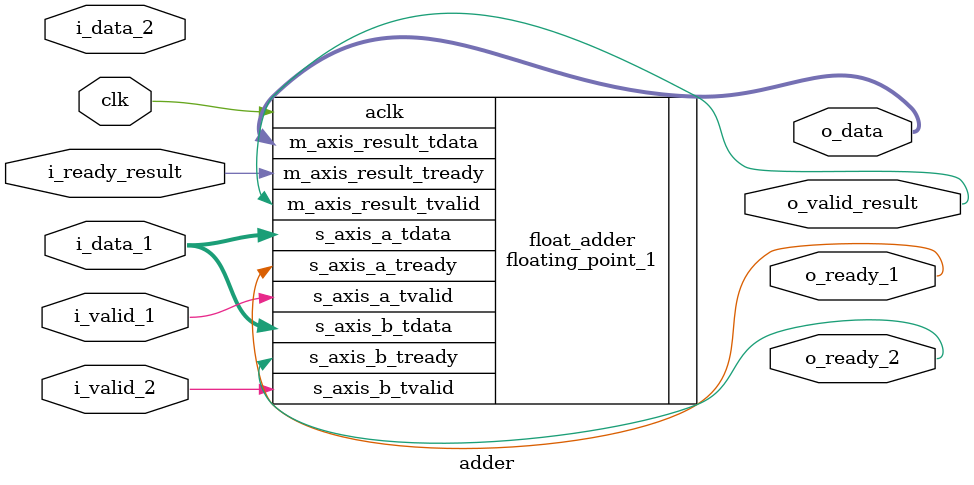
<source format=v>
module adder(
input clk,
input [31:0]i_data_1,
input [31:0]i_data_2,
output   [31:0]o_data,
input i_valid_1,
input i_valid_2,
output o_ready_1,
output o_ready_2,
output o_valid_result,
input i_ready_result

);
floating_point_1 float_adder (
  .aclk(clk),                                  // input wire aclk
  .s_axis_a_tvalid(i_valid_1),            // input wire s_axis_a_tvalid
  .s_axis_a_tready(o_ready_1),            // output wire s_axis_a_tready
  .s_axis_a_tdata(i_data_1),              // input wire [31 : 0] s_axis_a_tdata
  .s_axis_b_tvalid(i_valid_2),            // input wire s_axis_b_tvalid
  .s_axis_b_tready(o_ready_2),            // output wire s_axis_b_tready
  .s_axis_b_tdata(i_data_1),              // input wire [31 : 0] s_axis_b_tdata
  .m_axis_result_tvalid(o_valid_result),  // output wire m_axis_result_tvalid
  .m_axis_result_tready(i_ready_result),  // input wire m_axis_result_tready
  .m_axis_result_tdata(o_data)    // output wire [31 : 0] m_axis_result_tdata
);
endmodule
</source>
